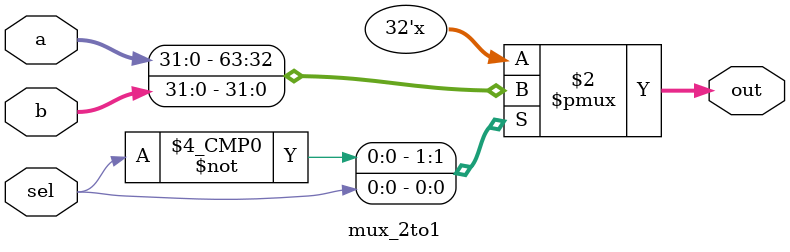
<source format=v>
module mux_2to1(input wire [31:0] a,
                input wire [31:0] b,
                input wire sel,
                output reg [31:0] out
                );
  
  always@(*) begin
    case (sel)
      1'b0: out = a;
      1'b1: out = b;
    endcase
  end
endmodule
</source>
